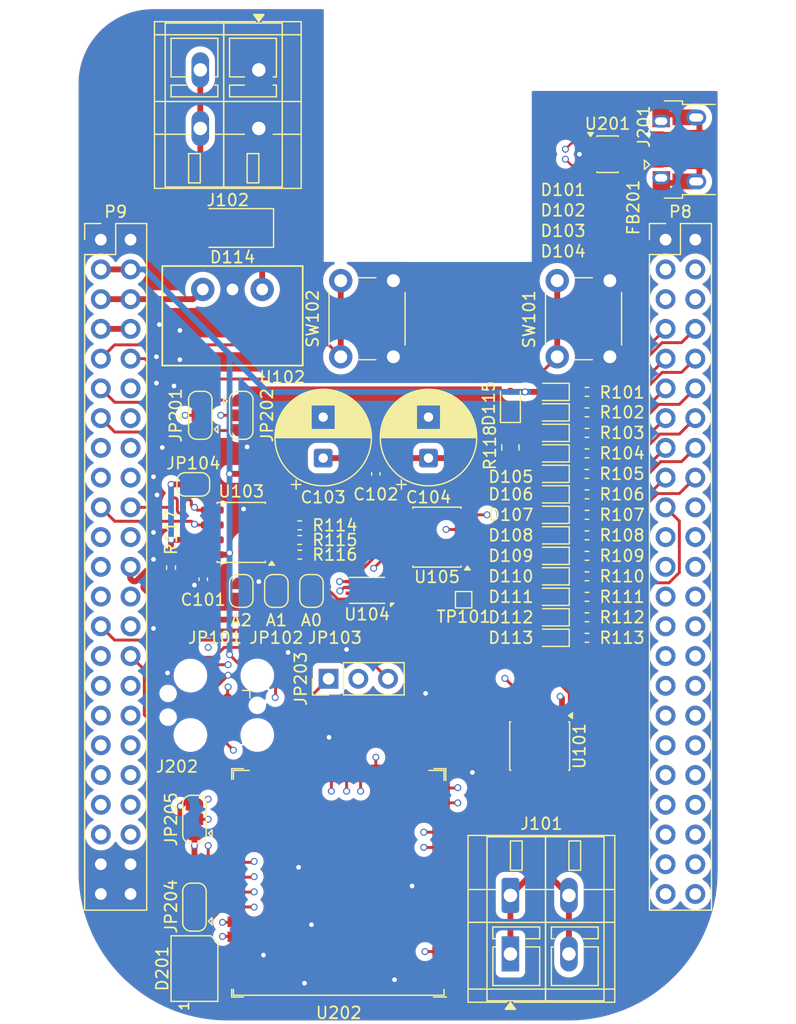
<source format=kicad_pcb>
(kicad_pcb (version 20241229) (generator "pcbnew") (generator_version "9.0")
  (layers (0 "F.Cu" jumper) (4 "In1.Cu" signal) (6 "In2.Cu" signal) (2 "B.Cu" power) (13 "F.Paste" user) (15 "B.Paste" user) (5 "F.SilkS" user "F.Silkscreen") (7 "B.SilkS" user "B.Silkscreen") (1 "F.Mask" user) (3 "B.Mask" user) (25 "Edge.Cuts" user))
  (net 0 "")
  (net 1 "GNDD")
  (net 2 "+3V3")
  (net 3 "+5V")
  (net 4 "SYS_5V")
  (net 5 "PWR_BUT")
  (net 6 "SYS_RESETN")
  (net 7 "Net-(D101-K)")
  (net 8 "Net-(D102-K)")
  (net 9 "/UART4_TXD")
  (net 10 "/UART4_RXD")
  (net 11 "Net-(D103-K)")
  (net 12 "Net-(D104-K)")
  (net 13 "/SPI0_D1")
  (net 14 "/SPI0_D0")
  (net 15 "Net-(D105-K)")
  (net 16 "Net-(D106-K)")
  (net 17 "Net-(D107-K)")
  (net 18 "Net-(D108-K)")
  (net 19 "Net-(D109-K)")
  (net 20 "Net-(D110-K)")
  (net 21 "/GPIO_60")
  (net 22 "/GPIO_48")
  (net 23 "/SPI0_CS0")
  (net 24 "/SCL")
  (net 25 "/SDA")
  (net 26 "/SPI0_SCLK")
  (net 27 "/UART1_TXD")
  (net 28 "/UART1_RXD")
  (net 29 "/GPIO_20")
  (net 30 "Net-(D111-K)")
  (net 31 "Net-(D112-K)")
  (net 32 "Net-(D113-K)")
  (net 33 "Net-(D114-K)")
  (net 34 "Net-(D114-A)")
  (net 36 "Net-(D201-DIN)")
  (net 37 "Net-(J201-Shield)")
  (net 38 "Net-(J101-Pin_2)")
  (net 39 "Net-(J101-Pin_1)")
  (net 41 "Net-(J201-D+)")
  (net 42 "Net-(J201-D-)")
  (net 43 "/LED0")
  (net 44 "/LED1")
  (net 45 "/LED2")
  (net 46 "/LED3")
  (net 47 "/LED4")
  (net 48 "/LED5")
  (net 49 "/LED6")
  (net 50 "/LED7")
  (net 51 "/LED8")
  (net 52 "/LED9")
  (net 53 "/LED10")
  (net 54 "/LED11")
  (net 55 "/LED12")
  (net 56 "Net-(J201-VBUS)")
  (net 57 "/ESP32/~{RST}")
  (net 58 "/GPIO_125")
  (net 59 "/GPIO_122")
  (net 98 "VDD_ADC")
  (net 104 "GNDA_ADC")
  (net 107 "/ESP32/TCK")
  (net 108 "/ESP32/TDI")
  (net 109 "/ESP32/TDO")
  (net 112 "/ESP32/TMS")
  (net 113 "Net-(JP101-A)")
  (net 114 "Net-(JP102-A)")
  (net 115 "Net-(JP103-A)")
  (net 116 "Net-(JP104-A)")
  (net 117 "Net-(JP201-C)")
  (net 118 "Net-(JP202-C)")
  (net 119 "Net-(JP203-C)")
  (net 120 "Net-(JP204-C)")
  (net 121 "Net-(JP205-C)")
  (net 122 "/ESP32/D+")
  (net 123 "/ESP32/D-")
  (net 148 "Net-(D115-K)")
  (net 149 "/RTC_INT")
  (net 150 "Net-(U105-32KHZ)")
  (net 151 "/Vbat")
  (footprint "Connector_PinHeader_2.54mm:PinHeader_2x23_P2.54mm_Vertical" (layer "F.Cu") (at 164.6301 62.3824)
    (property "Reference" "P8")
    (property "Value" "BeagleBone_Black_Header")
  )
  (footprint "Connector_PinHeader_2.54mm:PinHeader_2x23_P2.54mm_Vertical" (layer "F.Cu") (at 116.3701 62.3824)
    (property "Reference" "P9")
    (property "Value" "BeagleBone_Black_Header")
  )
  (footprint "Capacitor_SMD:C_0402_1005Metric" (layer "F.Cu") (at 125.1201 91.3824 -90)
    (property "Reference" "C101")
    (property "Value" "100n")
  )
  (footprint "TerminalBlock_WAGO:TerminalBlock_WAGO_236-402_1x02_P5.00mm_45Degree" (layer "F.Cu") (at 151.3701 118.3824)
    (property "Reference" "J101")
    (property "Value" "RS485")
  )
  (footprint "Jumper:SolderJumper-3_P1.3mm_Open_RoundedPad1.0x1.5mm" (layer "F.Cu") (at 124.8701 77.3824 90)
    (property "Reference" "JP201")
    (property "Value" "TX")
  )
  (footprint "Jumper:SolderJumper-3_P1.3mm_Open_RoundedPad1.0x1.5mm" (layer "F.Cu") (at 128.3701 77.3824 -90)
    (property "Reference" "JP202")
    (property "Value" "RX")
  )
  (footprint "Jumper:SolderJumper-3_P1.3mm_Open_RoundedPad1.0x1.5mm" (layer "F.Cu") (at 124.3701 119.3824 90)
    (property "Reference" "JP204")
    (property "Value" "VSPIQ")
  )
  (footprint "Jumper:SolderJumper-3_P1.3mm_Open_RoundedPad1.0x1.5mm" (layer "F.Cu") (at 124.3701 111.8824 90)
    (property "Reference" "JP205")
    (property "Value" "VSPID")
  )
  (footprint "Jumper:SolderJumper-2_P1.3mm_Open_RoundedPad1.0x1.5mm" (layer "F.Cu") (at 128.3701 92.3824 -90)
    (property "Reference" "JP101")
    (property "Value" "A2")
  )
  (footprint "Jumper:SolderJumper-2_P1.3mm_Open_RoundedPad1.0x1.5mm" (layer "F.Cu") (at 134.3701 92.3824 -90)
    (property "Reference" "JP103")
    (property "Value" "A0")
  )
  (footprint "Resistor_SMD:R_0402_1005Metric" (layer "F.Cu") (at 157.9111 75.3824)
    (property "Reference" "R101")
    (property "Value" "1k")
  )
  (footprint "Resistor_SMD:R_0402_1005Metric" (layer "F.Cu") (at 157.9111 77.1324)
    (property "Reference" "R102")
    (property "Value" "1k")
  )
  (footprint "Resistor_SMD:R_0402_1005Metric" (layer "F.Cu") (at 157.9111 80.6324)
    (property "Reference" "R104")
    (property "Value" "1k")
  )
  (footprint "Button_Switch_THT:SW_PUSH_6mm" (layer "F.Cu") (at 155.3701 72.3824 90)
    (property "Reference" "SW101")
    (property "Value" "Reset")
  )
  (footprint "Button_Switch_THT:SW_PUSH_6mm" (layer "F.Cu") (at 136.8701 72.3824 90)
    (property "Reference" "SW102")
    (property "Value" "PWR")
  )
  (footprint "Package_SO:SOIC-8_3.9x4.9mm_P1.27mm" (layer "F.Cu") (at 128.3701 87.3824 180)
    (property "Reference" "U103")
    (property "Value" "AT24C512C-SSHD-T")
  )
  (footprint "LED_SMD:LED_0603_1608Metric" (layer "F.Cu") (at 154.9111 75.3824 180)
    (property "Reference" "D101")
    (property "Value" "LED")
  )
  (footprint "LED_SMD:LED_0603_1608Metric" (layer "F.Cu") (at 154.9111 77.1324 180)
    (property "Reference" "D102")
    (property "Value" "LED")
  )
  (footprint "LED_SMD:LED_0603_1608Metric" (layer "F.Cu") (at 154.9111 78.8824 180)
    (property "Reference" "D103")
    (property "Value" "LED")
  )
  (footprint "LED_SMD:LED_0603_1608Metric" (layer "F.Cu") (at 154.9111 80.6324 180)
    (property "Reference" "D104")
    (property "Value" "LED")
  )
  (footprint "LED_SMD:LED_0603_1608Metric" (layer "F.Cu") (at 154.9111 82.3824 180)
    (property "Reference" "D105")
    (property "Value" "LED")
  )
  (footprint "LED_SMD:LED_0603_1608Metric" (layer "F.Cu") (at 154.9111 84.1324 180)
    (property "Reference" "D106")
    (property "Value" "LED")
  )
  (footprint "LED_SMD:LED_0603_1608Metric" (layer "F.Cu") (at 154.9111 85.8824 180)
    (property "Reference" "D107")
    (property "Value" "LED")
  )
  (footprint "LED_SMD:LED_0603_1608Metric" (layer "F.Cu") (at 154.9111 87.6324 180)
    (property "Reference" "D108")
    (property "Value" "LED")
  )
  (footprint "LED_SMD:LED_0603_1608Metric" (layer "F.Cu") (at 154.9111 89.3824 180)
    (property "Reference" "D109")
    (property "Value" "LED")
  )
  (footprint "LED_SMD:LED_0603_1608Metric" (layer "F.Cu") (at 154.9111 91.1324 180)
    (property "Reference" "D110")
    (property "Value" "LED")
  )
  (footprint "LED_SMD:LED_0603_1608Metric" (layer "F.Cu") (at 154.9111 92.8824 180)
    (property "Reference" "D111")
    (property "Value" "LED")
  )
  (footprint "LED_SMD:LED_0603_1608Metric" (layer "F.Cu") (at 154.9111 94.6324 180)
    (property "Reference" "D112")
    (property "Value" "LED")
  )
  (footprint "LED_SMD:LED_0603_1608Metric" (layer "F.Cu") (at 154.9111 96.3824 180)
    (property "Reference" "D113")
    (property "Value" "LED")
  )
  (footprint "Resistor_SMD:R_0402_1005Metric" (layer "F.Cu") (at 157.9011 82.3824)
    (property "Reference" "R105")
    (property "Value" "1k")
  )
  (footprint "Resistor_SMD:R_0402_1005Metric" (layer "F.Cu") (at 157.9111 84.1324)
    (property "Reference" "R106")
    (property "Value" "1k")
  )
  (footprint "Resistor_SMD:R_0402_1005Metric" (layer "F.Cu") (at 157.9111 85.8824)
    (property "Reference" "R107")
    (property "Value" "1k")
  )
  (footprint "Resistor_SMD:R_0402_1005Metric" (layer "F.Cu") (at 157.9111 87.6324)
    (property "Reference" "R108")
    (property "Value" "1k")
  )
  (footprint "Resistor_SMD:R_0402_1005Metric" (layer "F.Cu") (at 157.9111 89.3824)
    (property "Reference" "R109")
    (property "Value" "1k")
  )
  (footprint "Resistor_SMD:R_0402_1005Metric" (layer "F.Cu") (at 157.9111 91.1324)
    (property "Reference" "R110")
    (property "Value" "1k")
  )
  (footprint "Resistor_SMD:R_0402_1005Metric" (layer "F.Cu") (at 157.9111 92.8824)
    (property "Reference" "R111")
    (property "Value" "1k")
  )
  (footprint "Resistor_SMD:R_0402_1005Metric" (layer "F.Cu") (at 157.9111 94.6324)
    (property "Reference" "R112")
    (property "Value" "1k")
  )
  (footprint "Resistor_SMD:R_0402_1005Metric" (layer "F.Cu") (at 157.9111 96.3824)
    (property "Reference" "R113")
    (property "Value" "1k")
  )
  (footprint "Resistor_SMD:R_0402_1005Metric" (layer "F.Cu") (at 133.3601 86.7824 180)
    (property "Reference" "R114")
    (property "Value" "1k")
  )
  (footprint "Resistor_SMD:R_0402_1005Metric" (layer "F.Cu") (at 133.3601 88.0324 180)
    (property "Reference" "R115")
    (property "Value" "1k")
  )
  (footprint "Resistor_SMD:R_0402_1005Metric" (layer "F.Cu") (at 133.3701 89.2824 180)
    (property "Reference" "R116")
    (property "Value" "1k")
  )
  (footprint "Resistor_SMD:R_0402_1005Metric" (layer "F.Cu") (at 122.3701 90.3824 90)
    (property "Reference" "R117")
    (property "Value" "1k")
  )
  (footprint "Resistor_SMD:R_0402_1005Metric" (layer "F.Cu") (at 157.9111 78.8824)
    (property "Reference" "R103")
    (property "Value" "1k")
  )
  (footprint "Jumper:SolderJumper-2_P1.3mm_Open_RoundedPad1.0x1.5mm" (layer "F.Cu") (at 131.3701 92.3824 -90)
    (property "Reference" "JP102")
    (property "Value" "A1")
  )
  (footprint "Package_SO:SOIC-8_3.9x4.9mm_P1.27mm" (layer "F.Cu") (at 153.8701 105.6324 -90)
    (property "Reference" "U101")
    (property "Value" "SP3485EN")
  )
  (footprint "TerminalBlock_WAGO:TerminalBlock_WAGO_236-402_1x02_P5.00mm_45Degree" (layer "F.Cu") (at 129.8701 52.8824 180)
    (property "Reference" "J102")
    (property "Value" "PWR")
  )
  (footprint "WPMDH1100xx1S:WPMDH1100xx1S" (layer "F.Cu") (at 127.6201 66.6324 180)
    (property "Reference" "U102")
    (property "Value" "R-78K5.0-0.5")
  )
  (footprint "Diode_SMD:D_SMA" (layer "F.Cu") (at 127.6201 61.3824 180)
    (property "Reference" "D114")
    (property "Value" "MRA4004T3G")
  )
  (footprint "Package_TO_SOT_SMD:SOT-23-6" (layer "F.Cu") (at 159.6701 55.0824)
    (property "Reference" "U201")
    (property "Value" "USBLC6-2SC6")
  )
  (footprint "LED_SMD:LED_SK6812MINI_PLCC4_3.5x3.5mm_P1.75mm" (layer "F.Cu") (at 124.3701 124.6324 90)
    (property "Reference" "D201")
    (property "Value" "SK6812MINI")
  )
  (footprint "PCM_Espressif:ESP32-S3-WROOM-1U" (layer "F.Cu") (at 136.7 117.46 180)
    (property "Reference" "U202")
    (property "Value" "ESP32-S3-WROOM-1")
  )
  (footprint "Inductor_SMD:L_0402_1005Metric" (layer "F.Cu") (at 163.6201 59.6324 180)
    (property "Reference" "FB201")
    (property "Value" "FerriteBead_Small")
  )
  (footprint "Package_SO:SOIC-8_3.9x4.9mm_P1.27mm" (layer "F.Cu") (at 145.0951 87.7874 180)
    (property "Reference" "U105")
    (property "Value" "DS3231MZ")
  )
  (footprint "Resistor_SMD:R_0805_2012Metric" (layer "F.Cu") (at 151.3701 80.1324 -90)
    (property "Reference" "R118")
    (property "Value" "15")
  )
  (footprint "Connector:Tag-Connect_TC2050-IDC-FP_2x05_P1.27mm_Vertical" (layer "F.Cu") (at 125.9301 102.1484 180)
    (property "Reference" "J202")
    (property "Value" "JTAG")
  )
  (footprint "Capacitor_THT:CP_Radial_D8.0mm_P3.50mm" (layer "F.Cu") (at 135.3701 81.035051 90)
    (property "Reference" "C103")
    (property "Value" "1F")
  )
  (footprint "TestPoint:TestPoint_Pad_1.0x1.0mm" (layer "F.Cu") (at 147.3701 93.1324 180)
    (property "Reference" "TP101")
    (property "Value" "32kHz")
  )
  (footprint "Capacitor_SMD:C_0402_1005Metric" (layer "F.Cu") (at 139.8701 82.3824 -90)
    (property "Reference" "C102")
    (property "Value" "100n")
  )
  (footprint "Capacitor_THT:CP_Radial_D8.0mm_P3.50mm" (layer "F.Cu") (at 144.3701 81.035051 90)
    (property "Reference" "C104")
    (property "Value" "1F")
  )
  (footprint "Connector_USB:USB_Micro-B_Amphenol_10103594-0001LF_Horizontal" (layer "F.Cu") (at 166.1351 54.6574 90)
    (property "Reference" "J201")
    (property "Value" "USB_B_Micro")
  )
  (footprint "Package_DFN_QFN:DFN-8-1EP_3x2mm_P0.5mm_EP1.3x1.5mm" (layer "F.Cu") (at 139.1201 92.3324 180)
    (property "Reference" "U104")
    (property "Value" "ATECC608A-MAHDA")
  )
  (footprint "Diode_SMD:D_SOD-323" (layer "F.Cu") (at 151.3701 76.3824 90)
    (property "Reference" "D115")
    (property "Value" "1N5819WS")
  )
  (footprint "Connector_PinHeader_2.54mm:PinHeader_1x03_P2.54mm_Vertical" (layer "F.Cu") (at 135.8301 99.8824 90)
    (property "Reference" "JP203")
    (property "Value" "JTAG")
  )
  (footprint "eurovibes:LOGO" (layer "F.Cu") (at 147.6201 68.8824)
    (property "Reference" "G***" (hide yes))
    (property "Value" "LOGO" (hide yes))
  )
  (footprint "Jumper:SolderJumper-2_P1.3mm_Open_RoundedPad1.0x1.5mm" (layer "F.Cu") (at 124.2701 83.2824)
    (property "Reference" "JP104")
    (property "Value" "WP")
  )
  (gr_line (start 169.0751 116.3574) (end 169.0751 49.6824) (stroke (width 0.00254)) (layer "Edge.Cuts"))
  (gr_arc (start 114.4651 49.0474) (mid 116.324972 44.557272) (end 120.8151 42.6974) (stroke (width 0.00254)) (layer "Edge.Cuts"))
  (gr_line (start 127.1651 129.0574) (end 156.3751 129.0574) (stroke (width 0.00254)) (layer "Edge.Cuts"))
  (gr_arc (start 127.1651 129.0574) (mid 118.184844 125.337656) (end 114.4651 116.3574) (stroke (width 0.00254)) (layer "Edge.Cuts"))
  (gr_line (start 169.0751 49.6824) (end 153.2001 49.6824) (stroke (width 0.00254)) (layer "Edge.Cuts"))
  (gr_line (start 135.4201 42.6974) (end 120.8151 42.6974) (stroke (width 0.00254)) (layer "Edge.Cuts"))
  (gr_arc (start 169.0751 116.3574) (mid 165.355356 125.337656) (end 156.3751 129.0574) (stroke (width 0.00254)) (layer "Edge.Cuts"))
  (gr_line (start 135.4201 64.2874) (end 135.4201 42.6974) (stroke (width 0.00254)) (layer "Edge.Cuts"))
  (gr_line (start 114.4651 49.0474) (end 114.4651 116.3574) (stroke (width 0.00254)) (layer "Edge.Cuts"))
  (gr_line (start 153.2001 49.6824) (end 153.2001 64.2874) (stroke (width 0.00254)) (layer "Edge.Cuts"))
  (gr_line (start 153.2001 64.2874) (end 135.4201 64.2874) (stroke (width 0.00254)) (layer "Edge.Cuts"))
  (segment (start 140.5701 91.5824) (end 139.8701 91.5824) (width 0.25) (layer "F.Cu") (net 1))
  (segment (start 125.9301 100.8974) (end 127.2451 99.5824) (width 0.25) (layer "F.Cu") (net 1))
  (segment (start 125.9301 101.5134) (end 125.9301 100.8974) (width 0.25) (layer "F.Cu") (net 1))
  (segment (start 164.3701 53.3824) (end 163.1701 53.3824) (width 0.5) (layer "F.Cu") (net 1))
  (segment (start 139.8701 91.5824) (end 139.1201 92.3324) (width 0.25) (layer "F.Cu") (net 1))
  (via (at 133.7701 125.8824) (size 0.6) (drill 0.4) (layers "F.Cu" "B.Cu") (net 1))
  (via (at 122.6201 74.8824) (size 0.6) (drill 0.4) (layers "F.Cu" "B.Cu") (net 1))
  (via (at 130.2701 123.4824) (size 0.6) (drill 0.4) (layers "F.Cu" "B.Cu") (net 1))
  (via (at 129.8701 91.5824) (size 0.6) (drill 0.4) (layers "F.Cu" "B.Cu") (net 1))
  (via (at 121.3701 69.6324) (size 0.6) (drill 0.4) (layers "F.Cu" "B.Cu") (net 1))
  (via (at 128.8701 80.0824) (size 0.6) (drill 0.4) (layers "F.Cu" "B.Cu") (net 1))
  (via (at 128.5701 85.3824) (size 0.6) (drill 0.4) (layers "F.Cu" "B.Cu") (net 1))
  (via (at 123.1201 70.1324) (size 0.6) (drill 0.4) (layers "F.Cu" "B.Cu") (net 1))
  (via (at 127.2451 99.5824) (size 0.6) (drill 0.4) (layers "F.Cu" "B.Cu") (net 1))
  (via (at 163.1701 53.3824) (size 0.6) (drill 0.4) (layers "F.Cu" "B.Cu") (net 1))
  (via (at 148.1201 107.8824) (size 0.6) (drill 0.4) (layers "F.Cu" "B.Cu") (net 1))
  (via (at 120.8701 95.5824) (size 0.6) (drill 0.4) (layers "F.Cu" "B.Cu") (net 1))
  (via (at 144.1201 101.1324) (size 0.6) (drill 0.4) (layers "F.Cu" "B.Cu") (net 1))
  (via (at 120.8701 82.6324) (size 0.6) (drill 0.4) (layers "F.Cu" "B.Cu") (net 1))
  (via (at 120.8701 87.3824) (size 0.6) (drill 0.4) (layers "F.Cu" "B.Cu") (net 1))
  (via (at 135.8701 104.8824) (size 0.6) (drill 0.4) (layers "F.Cu" "B.Cu") (net 1))
  (via (at 121.1201 72.3824) (size 0.6) (drill 0.4) (layers "F.Cu" "B.Cu") (net 1))
  (via (at 141.4701 125.5824) (size 0.6) (drill 0.4) (layers "F.Cu" "B.Cu") (net 1))
  (via (at 120.8701 89.6824) (size 0.6) (drill 0.4) (layers "F.Cu" "B.Cu") (net 1))
  (via (at 124.3701 91.8824) (size 0.6) (drill 0.4) (layers "F.Cu" "B.Cu") (net 1))
  (via (at 123.1201 72.6324) (size 0.6) (drill 0.4) (layers "F.Cu" "B.Cu") (net 1))
  (via (at 134.3701 120.8824) (size 0.6) (drill 0.4) (layers "F.Cu" "B.Cu") (net 1))
  (via (at 121.1701 84.1824) (size 0.6) (drill 0.4) (layers "F.Cu" "B.Cu") (net 1))
  (via (at 121.1201 74.6324) (size 0.6) (drill 0.4) (layers "F.Cu" "B.Cu") (net 1))
  (via (at 132.3701 97.6324) (size 0.6) (drill 0.4) (layers "F.Cu" "B.Cu") (net 1))
  (via (at 157.2701 55.0824) (size 0.6) (drill 0.4) (layers "F.Cu" "B.Cu") (net 1))
  (via (at 133.2701 115.9824) (size 0.6) (drill 0.4) (layers "F.Cu" "B.Cu") (net 1))
  (via (at 122.0701 99.3824) (size 0.6) (drill 0.4) (layers "F.Cu" "B.Cu") (net 1))
  (via (at 121.6201 80.1324) (size 0.6) (drill 0.4) (layers "F.Cu" "B.Cu") (net 1))
  (via (at 137.3701 97.3824) (size 0.6) (drill 0.4) (layers "F.Cu" "B.Cu") (net 1))
  (via (at 142.9701 117.5824) (size 0.6) (drill 0.4) (layers "F.Cu" "B.Cu") (net 1))
  (segment (start 125.8951 89.2874) (end 127.2151 89.2874) (width 0.5) (layer "F.Cu") (net 2))
  (segment (start 133.8801 87.1324) (end 133.8801 89.2824) (width 0.5) (layer "F.Cu") (net 2))
  (segment (start 154.1236 98.6734) (end 156.52511 101.07491) (width 0.5) (layer "F.Cu") (net 2))
  (segment (start 135.4511 91.920674) (end 135.4511 90.8534) (width 0.25) (layer "F.Cu") (net 2))
  (segment (start 152.9111 75.3824) (end 154.1236 75.3824) (width 0.5) (layer "F.Cu") (net 2))
  (segment (start 129.9501 82.3824) (end 127.3701 82.3824) (width 0.5) (layer "F.Cu") (net 2))
  (segment (start 126.3701 125.3804) (end 125.6721 124.6824) (width 0.5) (layer "F.Cu") (net 2))
  (segment (start 126.3701 126.1824) (end 126.3701 125.3804) (width 0.5) (layer "F.Cu") (net 2))
  (segment (start 151.4201 75.3824) (end 151.3701 75.3324) (width 0.5) (layer "F.Cu") (net 2))
  (segment (start 128.1701 101.2134) (end 128.1701 98.6284) (width 0.25) (layer "F.Cu") (net 2))
  (segment (start 155.7751 108.1074) (end 155.7751 105.25001) (width 0.5) (layer "F.Cu") (net 2))
  (segment (start 123.4951 122.8824) (end 123.4701 122.9074) (width 0.5) (layer "F.Cu") (net 2))
  (segment (start 133.8801 86.3124) (end 133.8801 87.1324) (width 0.5) (layer "F.Cu") (net 2))
  (segment (start 125.6721 124.6824) (end 124.1701 124.6824) (width 0.5) (layer "F.Cu") (net 2))
  (segment (start 142.6201 87.1524) (end 133.9001 87.1524) (width 0.5) (layer "F.Cu") (net 2))
  (segment (start 137.6701 93.0824) (end 136.612826 93.0824) (width 0.25) (layer "F.Cu") (net 2))
  (segment (start 125.8951 89.2874) (end 125.8951 90.1274) (width 0.5) (layer "F.Cu") (net 2))
  (segment (start 158.6 110.9323) (end 158.6 125.0525) (width 0.5) (layer "F.Cu") (net 2))
  (segment (start 122.3701 90.8924) (end 125.1101 90.8924) (width 0.5) (layer "F.Cu") (net 2))
  (segment (start 152.9111 75.3824) (end 151.4201 75.3824) (width 0.5) (layer "F.Cu") (net 2))
  (segment (start 128.4701 101.5134) (end 128.1701 101.2134) (width 0.25) (layer "F.Cu") (net 2))
  (segment (start 154.1236 75.3824) (end 154.1236 96.3824) (width 0.5) (layer "F.Cu") (net 2))
  (segment (start 128.1701 98.6284) (end 127.3701 97.8284) (width 0.25) (layer "F.Cu") (net 2))
  (segment (start 125.8951 90.1274) (end 125.1201 90.9024) (width 0.5) (layer "F.Cu") (net 2))
  (segment (start 156.52511 101.07491) (end 156.52511 104.5) (width 0.5) (layer "F.Cu") (net 2))
  (segment (start 133.9001 87.1524) (end 133.8801 87.1324) (width 0.5) (layer "F.Cu") (net 2))
  (segment (start 154.1236 96.3824) (end 154.1236 98.6734) (width 0.5) (layer "F.Cu") (net 2))
  (segment (start 129.9501 82.3824) (end 133.8801 86.3124) (width 0.5) (layer "F.Cu") (net 2))
  (segment (start 147.8349 127.6824) (end 127.8701 127.6824) (width 0.5) (layer "F.Cu") (net 2))
  (segment (start 155.7751 105.25001) (end 156.52511 104.5) (width 0.5) (layer "F.Cu") (net 2))
  (segment (start 158.6 125.0525) (end 157.7701 125.8824) (width 0.5) (layer "F.Cu") (net 2))
  (segment (start 127.2151 89.2874) (end 127.3701 89.1324) (width 0.5) (layer "F.Cu") (net 2))
  (segment (start 149.6349 125.8824) (end 147.8349 127.6824) (width 0.5) (layer "F.Cu") (net 2))
  (segment (start 155.7751 108.1074) (end 158.6 110.9323) (width 0.5) (layer "F.Cu") (net 2))
  (segment (start 123.4701 123.9824) (end 124.1701 124.6824) (width 0.5) (layer "F.Cu") (net 2))
  (segment (start 116.3701 64.9224) (end 118.9101 64.9224) (width 0.5) (layer "F.Cu") (net 2))
  (segment (start 136.612826 93.0824) (end 135.4511 91.920674) (width 0.25) (layer "F.Cu") (net 2))
  (segment (start 149.6349 125.8824) (end 148.2025 124.45) (width 0.5) (layer "F.Cu") (net 2))
  (segment (start 148.2025 124.45) (end 145.45 124.45) (width 0.5) (layer "F.Cu") (net 2))
  (segment (start 157.7701 125.8824) (end 149.6349 125.8824) (width 0.5) (layer "F.Cu") (net 2))
  (segment (start 123.4701 122.9074) (end 123.4701 123.9824) (width 0.5) (layer "F.Cu") (net 2))
  (segment (start 127.8701 127.6824) (end 126.3701 126.1824) (width 0.5) (layer "F.Cu") (net 2))
  (segment (start 135.4511 90.8534) (end 133.8801 89.2824) (width 0.25) (layer "F.Cu") (net 2))
  (via (at 152.6201 75.3824) (size 0.6) (drill 0.4) (layers "F.Cu" "B.Cu") (net 2))
  (via (at 127.3701 97.8284) (size 0.6) (drill 0.4) (layers "F.Cu" "B.Cu") (net 2))
  (via (at 127.3701 82.3824) (size 0.6) (drill 0.4) (layers "F.Cu" "B.Cu") (net 2))
  (via (at 127.3701 89.1324) (size 0.6) (drill 0.4) (layers "F.Cu" "B.Cu") (net 2))
  (segment (start 127.3701 87.3824) (end 127.3701 89.1324) (width 0.5) (layer "B.Cu") (net 2))
  (segment (start 127.3701 87.3824) (end 127.3701 97.8284) (width 0.5) (layer "B.Cu") (net 2))
  (segment (start 127.3701 72.161086) (end 127.3701 82.3824) (width 0.5) (layer "B.Cu") (net 2))
  (segment (start 120.131414 64.9224) (end 130.591414 75.3824) (width 0.5) (layer "B.Cu") (net 2))
  (segment (start 118.9101 64.9224) (end 120.131414 64.9224) (width 0.5) (layer "B.Cu") (net 2))
  (segment (start 120.131414 64.9224) (end 127.3701 72.161086) (width 0.5) (layer "B.Cu") (net 2))
  (segment (start 127.3701 82.3824) (end 127.3701 87.3824) (width 0.5) (layer "B.Cu") (net 2))
  (segment (start 127.2451 97.8284) (end 127.2451 89.2574) (width 0.25) (layer "B.Cu") (net 2))
  (segment (start 127.2451 89.2574) (end 127.3701 89.1324) (width 0.25) (layer "B.Cu") (net 2))
  (segment (start 130.591414 75.3824) (end 152.9111 75.3824) (width 0.5) (layer "B.Cu") (net 2))
  (segment (start 124.2501 67.4624) (end 125.0801 66.6324) (width 0.5) (layer "F.Cu") (net 3))
  (segment (start 118.9101 67.4624) (end 124.2501 67.4624) (width 0.5) (layer "F.Cu") (net 3))
  (segment (start 116.3701 67.4624) (end 118.9101 67.4624) (width 0.5) (layer "F.Cu") (net 3))
  (segment (start 116.3701 70.0024) (end 118.9101 70.0024) (width 0.5) (layer "F.Cu") (net 4))
  (segment (start 136.8701 65.8824) (end 136.8701 72.3824) (width 0.5) (layer "F.Cu") (net 5))
  (segment (start 136.8701 72.3824) (end 135.8541 71.3664) (width 0.25) (layer "F.Cu") (net 5))
  (segment (start 117.5461 71.3664) (end 116.3701 72.5424) (width 0.25) (layer "F.Cu") (net 5))
  (segment (start 135.8541 71.3664) (end 117.5461 71.3664) (width 0.25) (layer "F.Cu") (net 5))
  (segment (start 153.4701 74.2824) (end 123.5701 74.2824) (width 0.25) (layer "F.Cu") (net 6))
  (segment (start 147.5701 85.8824) (end 149.3701 85.8824) (width 0.25) (layer "F.Cu") (net 6))
  (segment (start 155.3701 65.8824) (end 155.3701 72.3824) (width 0.5) (layer "F.Cu") (net 6))
  (segment (start 118.9101 72.5424) (end 120.112181 72.5424) (width 0.25) (layer "F.Cu") (net 6))
  (segment (start 123.5441 74.2564) (end 123.5701 74.2824) (width 0.25) (layer "F.Cu") (net 6))
  (segment (start 155.3701 72.3824) (end 153.4701 74.2824) (width 0.25) (layer "F.Cu") (net 6))
  (segment (start 121.826181 74.2564) (end 123.5441 74.2564) (width 0.25) (layer "F.Cu") (net 6))
  (segment (start 120.112181 72.5424) (end 121.826181 74.2564) (width 0.25) (layer "F.Cu") (net 6))
  (via (at 149.3701 85.8824) (size 0.6) (drill 0.4) (layers "F.Cu" "B.Cu") (net 6))
  (segment (start 155.6986 75.3824) (end 157.4011 75.3824) (width 0.5) (layer "F.Cu") (net 7))
  (segment (start 155.6986 77.1324) (end 157.4011 77.1324) (width 0.5) (layer "F.Cu") (net 8))
  (segment (start 116.3701 77.6224) (end 117.558701 78.811001) (width 0.25) (layer "F.Cu") (net 9))
  (segment (start 117.558701 78.811001) (end 124.741499 78.811001) (width 0.25) (layer "F.Cu") (net 9))
  (segment (start 124.8701 78.6824) (end 128.3701 78.6824) (width 0.25) (layer "F.Cu") (net 9))
  (segment (start 124.8701 76.0824) (end 128.3701 76.0824) (width 0.25) (layer "F.Cu") (net 10))
  (segment (start 117.558701 76.271001) (end 124.681499 76.271001) (width 0.25) (layer "F.Cu") (net 10))
  (segment (start 116.3701 75.0824) (end 117.558701 76.271001) (width 0.25) (layer "F.Cu") (net 10))
  (segment (start 155.6611 78.8824) (end 157.4011 78.8824) (width 0.5) (layer "F.Cu") (net 11))
  (segment (start 155.6986 78.8824) (end 157.4011 78.8824) (width 0.5) (layer "F.Cu") (net 11))
  (segment (start 155.6986 80.6324) (end 157.4011 80.6324) (width 0.5) (layer "F.Cu") (net 12))
  (segment (start 124.3701 112.9324) (end 124.3701 114.1324) (width 0.5) (layer "F.Cu") (net 13))
  (segment (start 124.3701 114.1324) (end 124.3701 118.0824) (width 0.5) (layer "F.Cu") (net 13))
  (via (at 124.3701 114.1324) (size 0.6) (drill 0.4) (layers "F.Cu" "B.Cu") (net 13))
  (segment (start 123.170099 110.772399) (end 123.170099 120.242401) (width 0.5) (layer "F.Cu") (net 14))
  (segment (start 123.610098 120.6824) (end 124.3701 120.6824) (width 0.5) (layer "F.Cu") (net 14))
  (segment (start 123.170099 120.242401) (end 123.610098 120.6824) (width 0.5) (layer "F.Cu") (net 14))
  (segment (start 124.3701 110.3324) (end 123.610098 110.3324) (width 0.5) (layer "F.Cu") (net 14))
  (segment (start 123.610098 110.3324) (end 123.170099 110.772399) (width 0.5) (layer "F.Cu") (net 14))
  (via (at 123.170099 110.772399) (size 0.6) (drill 0.4) (layers "F.Cu" "B.Cu") (net 14))
  (segment (start 155.6986 82.3824) (end 157.3911 82.3824) (width 0.5) (layer "F.Cu") (net 15))
  (segment (start 155.6986 84.1324) (end 157.4011 84.1324) (width 0.5) (layer "F.Cu") (net 16))
  (segment (start 155.6986 85.8824) (end 157.4011 85.8824) (width 0.5) (layer "F.Cu") (net 17))
  (segment (start 155.6986 87.6324) (end 157.4011 87.6324) (width 0.5) (layer "F.Cu") (net 18))
  (segment (start 157.4011 89.3824) (end 155.6986 89.3824) (width 0.5) (layer "F.Cu") (net 19))
  (segment (start 155.6986 91.1324) (end 157.4011 91.1324) (width 0.5) (layer "F.Cu") (net 20))
  (segment (start 145.45 114.29) (end 143.9777 114.29) (width 0.25) (layer "F.Cu") (net 21))
  (segment (start 143.9777 114.29) (end 143.9701 114.2824) (width 0.25) (layer "F.Cu") (net 21))
  (via (at 143.9701 114.2824) (size 0.6) (drill 0.4) (layers "F.Cu" "B.Cu") (net 21))
  (segment (start 153.2351 102.182401) (end 153.2351 103.1574) (width 0.25) (layer "F.Cu") (net 22))
  (segment (start 153.2351 103.1574) (end 153.2351 102.1824) (width 0.5) (layer "F.Cu") (net 22))
  (segment (start 150.9026 99.8499) (end 153.2351 102.182401) (width 0.25) (layer "F.Cu") (net 22))
  (segment (start 154.5051 103.1574) (end 153.2351 103.1574) (width 0.5) (layer "F.Cu") (net 22))
  (via (at 150.9026 99.8499) (size 0.6) (drill 0.4) (layers "F.Cu" "B.Cu") (net 22))
  (segment (start 139.8701 107.9551) (end 139.875 107.96) (width 0.25) (layer "F.Cu") (net 23))
  (segment (start 139.8701 106.5824) (end 139.8701 107.9551) (width 0.25) (layer "F.Cu") (net 23))
  (via (at 139.8701 106.5824) (size 0.6) (drill 0.4) (layers "F.Cu" "B.Cu") (net 23))
  (via (at 125.5441 97.2034) (size 0.6) (drill 0.4) (layers "F.Cu" "B.Cu") (net 23))
  (segment (start 139.687042 90.449342) (end 140.443984 89.6924) (width 0.25) (layer "F.Cu") (net 24))
  (segment (start 124.4351 86.7474) (end 124.3701 86.6824) (width 0.25) (layer "F.Cu") (net 24))
  (segment (start 137.155398 92.0824) (end 136.85587 92.381928) (width 0.25) (layer "F.Cu") (net 24))
  (segment (start 136.85587 92.381928) (end 136.797652 92.381928) (width 0.25) (layer "F.Cu") (net 24))
  (segment (start 116.3701 85.2424) (end 117.558701 86.431001) (width 0.25) (layer "F.Cu") (net 24))
  (segment (start 125.8951 86.7474) (end 124.4351 86.7474) (width 0.25) (layer "F.Cu") (net 24))
  (segment (start 140.443984 89.6924) (end 142.6201 89.6924) (width 0.25) (layer "F.Cu") (net 24))
  (segment (start 124.3701 86.6824) (end 124.118701 86.431001) (width 0.25) (layer "F.Cu") (net 24))
  (segment (start 137.6701 92.0824) (end 137.155398 92.0824) (width 0.25) (layer "F.Cu") (net 24))
  (segment (start 117.558701 86.431001) (end 124.118701 86.431001) (width 0.25) (layer "F.Cu") (net 24))
  (via (at 124.3701 86.6824) (size 0.6) (drill 0.4) (layers "F.Cu" "B.Cu") (net 24))
  (via (at 136.797652 92.381928) (size 0.6) (drill 0.4) (layers "F.Cu" "B.Cu") (net 24))
  (via (at 139.687042 90.449342) (size 0.6) (drill 0.4) (layers "F.Cu" "B.Cu") (net 24))
  (segment (start 124.109405 85.0024) (end 124.109405 84.822318) (width 0.25) (layer "F.Cu") (net 25))
  (segment (start 123.869405 84.582318) (end 123.749405 84.582318) (width 0.25) (layer "F.Cu") (net 25))
  (segment (start 137.6701 91.5824) (end 136.7701 91.5824) (width 0.25) (layer "F.Cu") (net 25))
  (segment (start 125.8951 85.4774) (end 124.6051 85.4774) (width 0.25) (layer "F.Cu") (net 25))
  (segment (start 122.309405 84.672327) (end 122.309405 85.0024) (width 0.25) (layer "F.Cu") (net 25))
  (segment (start 118.9101 85.2424) (end 122.069405 85.2424) (width 0.25) (layer "F.Cu") (net 25))
  (segment (start 140.8301 88.4224) (end 142.6201 88.4224) (width 0.25) (layer "F.Cu") (net 25))
  (segment (start 137.6701 91.5824) (end 140.8301 88.4224) (width 0.25) (layer "F.Cu") (net 25))
  (segment (start 123.269405 85.752501) (end 123.149405 85.752501) (width 0.25) (layer "F.Cu") (net 25))
  (segment (start 124.6051 85.4774) (end 124.3701 85.2424) (width 0.25) (layer "F.Cu") (net 25))
  (segment (start 124.3701 85.2424) (end 124.349405 85.2424) (width 0.25) (layer "F.Cu") (net 25))
  (segment (start 122.909405 85.512501) (end 122.909405 84.672327) (width 0.25) (layer "F.Cu") (net 25))
  (segment (start 122.669405 84.432327) (end 122.549405 84.432327) (width 0.25) (layer "F.Cu") (net 25))
  (segment (start 123.509405 84.822318) (end 123.509405 85.512501) (width 0.25) (layer "F.Cu") (net 25))
  (via (at 136.7701 91.5824) (size 0.6) (drill 0.4) (layers "F.Cu" "B.Cu") (net 25))
  (via (at 124.3701 85.2424) (size 0.6) (drill 0.4) (layers "F.Cu" "B.Cu") (net 25))
  (arc (start 123.749405 84.582318) (mid 123.579699 84.652612) (end 123.509405 84.822318) (width 0.25) (layer "F.Cu") (net 25))
  (arc (start 122.909405 84.672327) (mid 122.839111 84.502621) (end 122.669405 84.432327) (width 0.25) (layer "F.Cu") (net 25))
  (arc (start 123.149405 85.752501) (mid 122.979699 85.682207) (end 122.909405 85.512501) (width 0.25) (layer "F.Cu") (net 25))
  (arc (start 122.549405 84.432327) (mid 122.379699 84.502621) (end 122.309405 84.672327) (width 0.25) (layer "F.Cu") (net 25))
  (arc (start 123.509405 85.512501) (mid 123.439111 85.682207) (end 123.269405 85.752501) (width 0.25) (layer "F.Cu") (net 25))
  (arc (start 124.109405 84.822318) (mid 124.039111 84.652612) (end 123.869405 84.582318) (width 0.25) (layer "F.Cu") (net 25))
  (arc (start 124.349405 85.2424) (mid 124.179699 85.172106) (end 124.109405 85.0024) (width 0.25) (layer "F.Cu") (net 25))
  (arc (start 122.309405 85.0024) (mid 122.239111 85.172106) (end 122.069405 85.2424) (width 0.25) (layer "F.Cu") (net 25))
  (segment (start 137.3701 107.9951) (end 137.335 107.96) (width 0.25) (layer "F.Cu") (net 26))
  (segment (start 137.3701 109.4824) (end 137.3701 107.9951) (width 0.25) (layer "F.Cu") (net 26))
  (via (at 125.537012 110.162188) (size 0.6) (drill 0.4) (layers "F.Cu" "B.Cu") (net 26))
  (via (at 137.3701 109.4824) (size 0.6) (drill 0.4) (layers "F.Cu" "B.Cu") (net 26))
  (segment (start 121.633505 91.672592) (end 121.732499 91.771586) (width 0.5) (layer "F.Cu") (net 27))
  (segment (start 119.758961 91.171259) (end 119.758961 91.171261) (width 0.5) (layer "F.Cu") (net 27))
  (segment (start 120.253934 91.666235) (end 120.253934 91.666234) (width 0.5) (layer "F.Cu") (net 27))
  (segment (start 142.8701 94.8334) (end 151.1941 103.1574) (width 0.5) (layer "F.Cu") (net 27))
  (segment (start 121.25026 93.639749) (end 121.540864 93.349144) (width 0.5) (layer "F.Cu") (net 27))
  (segment (start 122.240209 94.629697) (end 122.530813 94.339092) (width 0.5) (layer "F.Cu") (net 27))
  (segment (start 120.253934 91.666234) (end 120.077157 91.84301) (width 0.5) (layer "F.Cu") (net 27))
  (segment (start 120.64868 90.67752) (end 120.747674 90.776514) (width 0.5) (layer "F.Cu") (net 27))
  (segment (start 120.077157 92.196564) (end 120.218578 92.337985) (width 0.5) (layer "F.Cu") (net 27))
  (segment (start 121.745235 94.530703) (end 121.844229 94.629697) (width 0.5) (layer "F.Cu") (net 27))
  (segment (start 119.758961 91.171261) (end 120.2527 90.677519) (width 0.5) (layer "F.Cu") (net 27))
  (segment (start 121.936844 93.349144) (end 122.03584 93.44814) (width 0.5) (layer "F.Cu") (net 27))
  (segment (start 151.1941 103.1574) (end 151.9651 103.1574) (width 0.5) (layer "F.Cu") (net 27))
  (segment (start 119.065998 90.874277) (end 118.947018 90.993256) (width 0.5) (layer "F.Cu") (net 27))
  (segment (start 123.4211 94.8334) (end 142.8701 94.8334) (width 0.5) (layer "F.Cu") (net 27))
  (segment (start 122.03584 93.844119) (end 121.745235 94.134723) (width 0.5) (layer "F.Cu") (net 27))
  (segment (start 122.926793 94.339092) (end 123.4211 94.8334) (width 0.5) (layer "F.Cu") (net 27))
  (segment (start 120.755286 93.144775) (end 121.732499 92.167566) (width 0.5) (layer "F.Cu") (net 27))
  (segment (start 120.755286 93.540755) (end 120.85428 93.639749) (width 0.5) (layer "F.Cu") (net 27))
  (segment (start 120.572131 92.337985) (end 121.237523 91.67259) (width 0.5) (layer "F.Cu") (net 27))
  (segment (start 120.747674 91.172494) (end 120.253934 91.666235) (width 0.5) (layer "F.Cu") (net 27))
  (segment (start 118.947018 91.389235) (end 119.046012 91.488229) (width 0.5) (layer "F.Cu") (net 27))
  (segment (start 119.441992 91.488229) (end 119.758961 91.171259) (width 0.5) (layer "F.Cu") (net 27))
  (arc (start 121.745235 94.134723) (mid 121.663225 94.332713) (end 121.745235 94.530703) (width 0.5) (layer "F.Cu") (net 27))
  (arc (start 119.046012 91.488229) (mid 119.244002 91.570239) (end 119.441992 91.488229) (width 0.5) (layer "F.Cu") (net 27))
  (arc (start 121.540864 93.349144) (mid 121.738854 93.267134) (end 121.936844 93.349144) (width 0.5) (layer "F.Cu") (net 27))
  (arc (start 121.237523 91.67259) (mid 121.435515 91.590582) (end 121.633505 91.672592) (width 0.5) (layer "F.Cu") (net 27))
  (arc (start 118.947018 90.993256) (mid 118.865008 91.191245) (end 118.947018 91.389235) (width 0.5) (layer "F.Cu") (net 27))
  (arc (start 121.844229 94.629697) (mid 122.042219 94.711707) (end 122.240209 94.629697) (width 0.5) (layer "F.Cu") (net 27))
  (arc (start 120.85428 93.639749) (mid 121.05227 93.721759) (end 121.25026 93.639749) (width 0.5) (layer "F.Cu") (net 27))
  (arc (start 122.530813 94.339092) (mid 122.728803 94.257082) (end 122.926793 94.339092) (width 0.5) (layer "F.Cu") (net 27))
  (arc (start 120.218578 92.337985) (mid 120.395355 92.411208) (end 120.572131 92.337985) (width 0.5) (layer "F.Cu") (net 27))
  (arc (start 120.077157 91.84301) (mid 120.003934 92.019787) (end 120.077157 92.196564) (width 0.5) (layer "F.Cu") (net 27))
  (arc (start 121.732499 91.771586) (mid 121.814509 91.969576) (end 121.732499 92.167566) (width 0.5) (layer "F.Cu") (net 27))
  (arc (start 120.747674 90.776514) (mid 120.829684 90.974504) (end 120.747674 91.172494) (width 0.5) (layer "F.Cu") (net 27))
  (arc (start 120.755286 93.144775) (mid 120.673276 93.342765) (end 120.755286 93.540755) (width 0.5) (layer "F.Cu") (net 27))
  (arc (start 120.2527 90.677519) (mid 120.45069 90.59551) (end 120.64868 90.67752) (width 0.5) (layer "F.Cu") (net 27))
  (arc (start 122.03584 93.44814) (mid 122.117849 93.64613) (end 122.03584 93.844119) (width 0.5) (layer "F.Cu") (net 27))
  (segment (start 155.7751 101.5374) (end 155.6201 101.3824) (width 0.5) (layer "F.Cu") (net 28))
  (segment (start 155.7751 103.1574) (end 155.7751 101.5374) (width 0.5) (layer "F.Cu") (net 28))
  (via (at 155.6201 101.3824) (size 0.6) (drill 0.4) (layers "F.Cu" "B.Cu") (net 28))
  (segment (start 145.4124 112.9824) (end 145.45 113.02) (width 0.25) (layer "F.Cu") (net 29))
  (segment (start 143.9701 112.9824) (end 145.4124 112.9824) (width 0.25) (layer "F.Cu") (net 29))
  (via (at 143.9701 112.9824) (size 0.6) (drill 0.4) (layers "F.Cu" "B.Cu") (net 29))
  (segment (start 157.4011 92.8824) (end 155.6986 92.8824) (width 0.5) (layer "F.Cu") (net 30))
  (segment (start 157.4011 94.6324) (end 155.6986 94.6324) (width 0.5) (layer "F.Cu") (net 31))
  (segment (start 157.4011 96.3824) (end 155.6986 96.3824) (width 0.5) (layer "F.Cu") (net 32))
  (segment (start 130.1601 66.6324) (end 130.1601 61.9224) (width 0.5) (layer "F.Cu") (net 33))
  (segment (start 124.8701 52.8824) (end 124.8701 60.6324) (width 0.5) (layer "F.Cu") (net 34))
  (segment (start 124.8701 47.8824) (end 124.8701 52.8824) (width 0.5) (layer "F.Cu") (net 34))
  (segment (start 124.8701 60.6324) (end 125.6201 61.3824) (width 0.5) (layer "F.Cu") (net 34))
  (segment (start 125.2451 122.8824) (end 125.4511 122.6764) (width 0.25) (layer "F.Cu") (net 36))
  (segment (start 126.874 119.3824) (end 126.874 114.784) (width 0.25) (layer "F.Cu") (net 36))
  (segment (start 127.368 114.29) (end 127.95 114.29) (width 0.25) (layer "F.Cu") (net 36))
  (segment (start 125.4511 120.8053) (end 126.874 119.3824) (width 0.25) (layer "F.Cu") (net 36))
  (segment (start 126.874 114.784) (end 127.368 114.29) (width 0.25) (layer "F.Cu") (net 36))
  (segment (start 125.4511 122.6764) (end 125.4511 120.8053) (width 0.25) (layer "F.Cu") (net 36))
  (segment (start 167.5201 53.7224) (end 167.5201 52.2224) (width 0.5) (layer "F.Cu") (net 37))
  (segment (start 167.5201 53.7224) (end 167.5201 55.6424) (width 0.5) (layer "F.Cu") (net 37))
  (segment (start 164.2701 57.5324) (end 165.4701 57.5324) (width 0.5) (layer "F.Cu") (net 37))
  (segment (start 165.5701 51.6824) (end 164.3501 51.6824) (width 0.5) (layer "F.Cu") (net 37))
  (segment (start 167.5201 55.6424) (end 167.5201 57.1424) (width 0.5) (layer "F.Cu") (net 37))
  (segment (start 164.1051 59.6324) (end 164.1051 57.6974) (width 0.5) (layer "F.Cu") (net 37))
  (segment (start 154.5051 116.5174) (end 156.3701 118.3824) (width 0.5) (layer "F.Cu") (net 38))
  (segment (start 154.5051 108.1074) (end 154.5051 116.5174) (width 0.5) (layer "F.Cu") (net 38))
  (segment (start 156.3701 118.3824) (end 156.3701 123.3824) (width 0.5) (layer "F.Cu") (net 38))
  (segment (start 153.2351 116.5174) (end 151.3701 118.3824) (width 0.5) (layer "F.Cu") (net 39))
  (segment (start 153.2351 108.1074) (end 153.2351 116.5174) (width 0.5) (layer "F.Cu") (net 39))
  (segment (start 151.3701 118.3824) (end 151.3701 123.3824) (width 0.5) (layer "F.Cu") (net 39))
  (segment (start 164.3701 54.6824) (end 161.747422 54.6824) (width 0.25) (layer "F.Cu") (net 41))
  (segment (start 161.747422 54.6824) (end 161.197422 54.1324) (width 0.25) (layer "F.Cu") (net 41))
  (segment (start 161.897422 55.3324) (end 161.197422 56.0324) (width 0.25) (layer "F.Cu") (net 42))
  (segment (start 164.3701 55.3324) (end 161.897422 55.3324) (width 0.25) (layer "F.Cu") (net 42))
  (segment (start 159.2501 75.3824) (end 158.4211 75.3824) (width 0.25) (layer "F.Cu") (net 43))
  (segment (start 164.6301 70.0024) (end 159.2501 75.3824) (width 0.25) (layer "F.Cu") (net 43))
  (segment (start 158.4211 77.088284) (end 158.4211 77.1324) (width 0.25) (layer "F.Cu") (net 44))
  (segment (start 165.9941 71.1784) (end 164.330984 71.1784) (width 0.25) (layer "F.Cu") (net 44))
  (segment (start 164.330984 71.1784) (end 158.4211 77.088284) (width 0.25) (layer "F.Cu") (net 44))
  (segment (start 167.1701 70.0024) (end 165.9941 71.1784) (width 0.25) (layer "F.Cu") (net 44))
  (segment (start 158.4211 78.7514) (end 158.4211 78.8824) (width 0.25) (layer "F.Cu") (net 45))
  (segment (start 164.6301 72.5424) (end 158.4211 78.7514) (width 0.25) (layer "F.Cu") (net 45))
  (segment (start 159.0171 80.0364) (end 158.4211 80.6324) (width 0.25) (layer "F.Cu") (net 46))
  (segment (start 165.9941 73.7184) (end 164.330984 73.7184) (width 0.25) (layer "F.Cu") (net 46))
  (segment (start 167.1701 72.5424) (end 165.9941 73.7184) (width 0.25) (layer "F.Cu") (net 46))
  (segment (start 159.0171 79.032284) (end 159.0171 80.0364) (width 0.25) (layer "F.Cu") (net 46))
  (segment (start 164.330984 73.7184) (end 159.0171 79.032284) (width 0.25) (layer "F.Cu") (net 46))
  (segment (start 159.9191 80.8744) (end 158.4111 82.3824) (width 0.25) (layer "F.Cu") (net 47))
  (segment (start 159.9191 79.7934) (end 159.9191 80.8744) (width 0.25) (layer "F.Cu") (net 47))
  (segment (start 164.6301 75.0824) (end 159.9191 79.7934) (width 0.25) (layer "F.Cu") (net 47))
  (segment (start 164.0561 76.4464) (end 160.3701 80.1324) (width 0.25) (layer "F.Cu") (net 48))
  (segment (start 167.1701 75.0824) (end 165.8061 76.4464) (width 0.25) (layer "F.Cu") (net 48))
  (segment (start 160.3701 82.1834) (end 158.4211 84.1324) (width 0.25) (layer "F.Cu") (net 48))
  (segment (start 165.8061 76.4464) (end 164.0561 76.4464) (width 0.25) (layer "F.Cu") (net 48))
  (segment (start 160.3701 80.1324) (end 160.3701 82.1834) (width 0.25) (layer "F.Cu") (net 48))
  (segment (start 160.8211 83.4824) (end 158.4211 85.8824) (width 0.25) (layer "F.Cu") (net 49))
  (segment (start 160.8211 81.4314) (end 160.8211 83.4824) (width 0.25) (layer "F.Cu") (net 49))
  (segment (start 164.6301 77.6224) (end 160.8211 81.4314) (width 0.25) (layer "F.Cu") (net 49))
  (segment (start 161.2721 81.857284) (end 161.2721 84.7814) (width 0.25) (layer "F.Cu") (net 50))
  (segment (start 167.1701 77.6224) (end 165.8061 78.9864) (width 0.25) (layer "F.Cu") (net 50))
  (segment (start 164.142984 78.9864) (end 161.2721 81.857284) (width 0.25) (layer "F.Cu") (net 50))
  (segment (start 161.2721 84.7814) (end 158.4211 87.6324) (width 0.25) (layer "F.Cu") (net 50))
  (segment (start 165.8061 78.9864) (end 164.142984 78.9864) (width 0.25) (layer "F.Cu") (net 50))
  (segment (start 164.6301 80.1624) (end 161.7231 83.0694) (width 0.25) (layer "F.Cu") (net 51))
  (segment (start 161.7231 86.0804) (end 158.4211 89.3824) (width 0.25) (layer "F.Cu") (net 51))
  (segment (start 161.7231 83.0694) (end 161.7231 86.0804) (width 0.25) (layer "F.Cu") (net 51))
  (segment (start 162.1741 87.3794) (end 158.4211 91.1324) (width 0.25) (layer "F.Cu") (net 52))
  (segment (start 165.9941 81.3384) (end 164.2181 81.3384) (width 0.25) (layer "F.Cu") (net 52))
  (segment (start 167.1701 80.1624) (end 165.9941 81.3384) (width 0.25) (layer "F.Cu") (net 52))
  (segment (start 164.2181 81.3384) (end 162.1741 83.3824) (width 0.25) (layer "F.Cu") (net 52))
  (segment (start 162.1741 83.3824) (end 162.1741 87.3794) (width 0.25) (layer "F.Cu") (net 52))
  (segment (start 164.6301 82.7024) (end 162.6251 84.7074) (width 0.25) (layer "F.Cu") (net 53))
  (segment (start 162.6251 88.6784) (end 158.4211 92.8824) (width 0.25) (layer "F.Cu") (net 53))
  (segment (start 162.6251 84.7074) (end 162.6251 88.6784) (width 0.25) (layer "F.Cu") (net 53))
  (segment (start 163.0761 89.9774) (end 158.4211 94.6324) (width 0.25) (layer "F.Cu") (net 54))
  (segment (start 165.8061 84.0664) (end 163.9361 84.0664) (width 0.25) (layer "F.Cu") (net 54))
  (segment (start 163.9361 84.0664) (end 163.0761 84.9264) (width 0.25) (layer "F.Cu") (net 54))
  (segment (start 163.0761 84.9264) (end 163.0761 89.9774) (width 0.25) (layer "F.Cu") (net 54))
  (segment (start 167.1701 82.7024) (end 165.8061 84.0664) (width 0.25) (layer "F.Cu") (net 54))
  (segment (start 163.1171 91.6864) (end 158.4211 96.3824) (width 0.25) (layer "F.Cu") (net 55))
  (segment (start 164.6301 85.2424) (end 165.8061 86.4184) (width 0.25) (layer "F.Cu") (net 55))
  (segment (start 165.8061 90.809516) (end 164.929216 91.6864) (width 0.25) (layer "F.Cu") (net 55))
  (segment (start 165.8061 86.4184) (end 165.8061 90.809516) (width 0.25) (layer "F.Cu") (net 55))
  (segment (start 164.929216 91.6864) (end 163.1171 91.6864) (width 0.25) (layer "F.Cu") (net 55))
  (segment (start 159.6941 56.4355) (end 159.6941 55.533401) (width 0.5) (layer "F.Cu") (net 56))
  (segment (start 160.441 57.1824) (end 159.6941 56.4355) (width 0.5) (layer "F.Cu") (net 56))
  (segment (start 159.6941 55.533401) (end 160.145101 55.0824) (width 0.5) (layer "F.Cu") (net 56))
  (segment (start 162.4701 55.9824) (end 161.2701 57.1824) (width 0.5) (layer "F.Cu") (net 56))
  (segment (start 164.3701 55.9824) (end 162.4701 55.9824) (width 0.5) (layer "F.Cu") (net 56))
  (segment (start 160.145101 55.0824) (end 160.8076 55.0824) (width 0.5) (layer "F.Cu") (net 56))
  (segment (start 161.2701 57.1824) (end 160.441 57.1824) (width 0.5) (layer "F.Cu") (net 56))
  (segment (start 132.6928 103.0197) (end 135.8301 99.8824) (width 0.25) (layer "F.Cu") (net 57))
  (segment (start 128.4701 102.7834) (end 128.7064 103.0197) (width 0.25) (layer "F.Cu") (net 57))
  (segment (start 128.7064 103.0197) (end 132.6928 103.0197) (width 0.25) (layer "F.Cu") (net 57))
  (segment (start 117.5461 96.5784) (end 137.6061 96.5784) (width 0.25) (layer "F.Cu") (net 58))
  (segment (start 137.6061 96.5784) (end 140.9101 99.8824) (width 0.25) (layer "F.Cu") (net 58))
  (segment (start 116.3701 95.4024) (end 117.5461 96.5784) (width 0.25) (layer "F.Cu") (net 58))
  (segment (start 120.0861 102.960452) (end 120.0861 99.1184) (width 0.25) (layer "F.Cu") (net 59))
  (segment (start 126.335648 109.21) (end 120.0861 102.960452) (width 0.25) (layer "F.Cu") (net 59))
  (segment (start 127.95 109.21) (end 126.335648 109.21) (width 0.25) (layer "F.Cu") (net 59))
  (segment (start 120.0861 99.1184) (end 118.9101 97.9424) (width 0.25) (layer "F.Cu") (net 59))
  (segment (start 127.2451 98.6824) (end 126.0701 98.6824) (width 0.25) (layer "F.Cu") (net 107))
  (segment (start 125.58855 99.16395) (end 126.0701 98.6824) (width 0.25) (layer "F.Cu") (net 107))
  (segment (start 127.95 115.56) (end 129.3925 115.56) (width 0.25) (layer "F.Cu") (net 107))
  (segment (start 125.58855 100.58495) (end 124.6601 101.5134) (width 0.25) (layer "F.Cu") (net 107))
  (segment (start 125.58855 100.58495) (end 125.58855 99.16395) (width 0.25) (layer "F.Cu") (net 107))
  (segment (start 129.3925 115.56) (end 129.4701 115.4824) (width 0.25) (layer "F.Cu") (net 107))
  (via (at 129.4701 115.4824) (size 0.6) (drill 0.4) (layers "F.Cu" "B.Cu") (net 107))
  (via (at 127.2451 98.6824) (size 0.6) (drill 0.4) (layers "F.Cu" "B.Cu") (net 107))
  (segment (start 125.9301 104.2164) (end 127.6961 105.9824) (width 0.25) (layer "F.Cu") (net 108))
  (segment (start 127.95 118.1) (end 129.4525 118.1) (width 0.25) (layer "F.Cu") (net 108))
  (segment (start 125.9301 102.7834) (end 125.9301 104.2164) (width 0.25) (layer "F.Cu") (net 108))
  (segment (start 129.4525 118.1) (end 129.4701 118.0824) (width 0.25) (layer "F.Cu") (net 108))
  (via (at 129.4701 118.0824) (size 0.6) (drill 0.4) (layers "F.Cu" "B.Cu") (net 108))
  (via (at 127.6961 105.9824) (size 0.6) (drill 0.4) (layers "F.Cu" "B.Cu") (net 108))
  (segment (start 131.30355 98.960798) (end 129.545152 97.2024) (width 0.25) (layer "F.Cu") (net 109))
  (segment (start 126.91265 97.2024) (end 126.0701 98.04495) (width 0.25) (layer "F.Cu") (net 109))
  (segment (start 131.2701 101.4824) (end 131.30355 101.44895) (width 0.25) (layer "F.Cu") (net 109))
  (segment (start 121.2488 101.493304) (end 121.759196 102.0037) (width 0.25) (layer "F.Cu") (net 109))
  (segment (start 127.95 116.83) (end 129.4225 116.83) (width 0.25) (layer "F.Cu") (net 109))
  (segment (start 129.545152 97.2024) (end 126.91265 97.2024) (width 0.25) (layer "F.Cu") (net 109))
  (segment (start 131.30355 101.44895) (end 131.30355 98.960798) (width 0.25) (layer "F.Cu") (net 109))
  (segment (start 122.10755 98.04495) (end 121.2488 98.9037) (width 0.25) (layer "F.Cu") (net 109))
  (segment (start 126.0701 98.04495) (end 122.10755 98.04495) (width 0.25) (layer "F.Cu") (net 109))
  (segment (start 129.4225 116.83) (end 129.4701 116.7824) (width 0.25) (layer "F.Cu") (net 109))
  (segment (start 122.6104 102.0037) (end 123.3901 102.7834) (width 0.25) (layer "F.Cu") (net 109))
  (segment (start 121.2488 98.9037) (end 121.2488 101.493304) (width 0.25) (layer "F.Cu") (net 109))
  (segment (start 121.759196 102.0037) (end 122.6104 102.0037) (width 0.25) (layer "F.Cu") (net 109))
  (via (at 131.2701 101.4824) (size 0.6) (drill 0.4) (layers "F.Cu" "B.Cu") (net 109))
  (via (at 129.4701 116.7824) (size 0.6) (drill 0.4) (layers "F.Cu" "B.Cu") (net 109))
  (segment (start 129.4577 119.37) (end 129.4701 119.3824) (width 0.25) (layer "F.Cu") (net 112))
  (segment (start 127.2001 100.6274) (end 127.2451 100.5824) (width 0.25) (layer "F.Cu") (net 112))
  (segment (start 127.2001 101.5134) (end 127.2001 100.6274) (width 0.25) (layer "F.Cu") (net 112))
  (segment (start 127.95 119.37) (end 129.4577 119.37) (width 0.25) (layer "F.Cu") (net 112))
  (via (at 127.2451 100.5824) (size 0.6) (drill 0.4) (layers "F.Cu" "B.Cu") (net 112))
  (via (at 129.4701 119.3824) (size 0.6) (drill 0.4) (layers "F.Cu" "B.Cu") (net 112))
  (segment (start 129.8701 86.7474) (end 128.3701 88.2474) (width 0.5) (layer "F.Cu") (net 113))
  (segment (start 130.8451 86.7474) (end 129.8701 86.7474) (width 0.5) (layer "F.Cu") (net 113))
  (segment (start 128.3701 88.2474) (end 128.3701 91.7324) (width 0.5) (layer "F.Cu") (net 113))
  (segment (start 130.8451 86.7474) (end 132.7451 86.7474) (width 0.5) (layer "F.Cu") (net 113))
  (segment (start 129.42009 89.78239) (end 131.3701 91.7324) (width 0.5) (layer "F.Cu") (net 114))
  (segment (start 130.8451 88.0174) (end 129.8701 88.0174) (width 0.5) (layer "F.Cu") (net 114))
  (segment (start 129.42009 88.46741) (end 129.42009 89.78239) (width 0.5) (layer "F.Cu") (net 114))
  (segment (start 130.8451 88.0174) (end 132.7251 88.0174) (width 0.5) (layer "F.Cu") (net 114))
  (segment (start 129.8701 88.0174) (end 129.42009 88.46741) (width 0.5) (layer "F.Cu") (net 114))
  (segment (start 132.8601 90.2224) (end 132.8601 89.2824) (width 0.5) (layer "F.Cu") (net 115))
  (segment (start 132.8601 90.2224) (end 134.3701 91.7324) (width 0.5) (layer "F.Cu") (net 115))
  (segment (start 130.8451 89.2874) (end 132.7051 89.2874) (width 0.5) (layer "F.Cu") (net 115))
  (segment (start 123.6201 83.2824) (end 122.3701 83.2824) (width 0.5) (layer "F.Cu") (net 116))
  (segment (start 122.3701 88.0324) (end 122.3701 89.8724) (width 0.5) (layer "F.Cu") (net 116))
  (segment (start 125.8951 88.0174) (end 122.3851 88.0174) (width 0.5) (layer "F.Cu") (net 116))
  (via (at 122.3851 88.0174) (size 0.6) (drill 0.4) (layers "F.Cu" "B.Cu") (net 116))
  (via (at 122.3701 83.2824) (size 0.6) (drill 0.4) (layers "F.Cu" "B.Cu") (net 116))
  (segment (start 122.3701 83.2824) (end 122.3701 88.0024) (width 0.5) (layer "B.Cu") (net 116))
  (segment (start 122.3701 88.0024) (end 122.3851 88.0174) (width 0.5) (layer "B.Cu") (net 116))
  (segment (start 127.9224 121.8824) (end 127.95 121.91) (width 0.25) (layer "F.Cu") (net 117))
  (segment (start 126.7701 121.8824) (end 127.9224 121.8824) (width 0.25) (layer "F.Cu") (net 117))
  (segment (start 123.5701 77.3824) (end 124.8701 77.3824) (width 0.25) (layer "F.Cu") (net 117))
  (via (at 123.5701 77.3824) (size 0.6) (drill 0.4) (layers "F.Cu" "B.Cu") (net 117))
  (via (at 126.7701 121.8824) (size 0.6) (drill 0.4) (layers "F.Cu" "B.Cu") (net 117))
  (segment (start 128.3701 77.3824) (end 126.6201 77.3824) (width 0.25) (layer "F.Cu") (net 118))
  (segment (start 127.9076 120.6824) (end 127.95 120.64) (width 0.25) (layer "F.Cu") (net 118))
  (segment (start 126.7701 120.6824) (end 127.9076 120.6824) (width 0.25) (layer "F.Cu") (net 118))
  (via (at 126.6201 77.3824) (size 0.6) (drill 0.4) (layers "F.Cu" "B.Cu") (net 118))
  (via (at 126.7701 120.6824) (size 0.6) (drill 0.4) (layers "F.Cu" "B.Cu") (net 118))
  (segment (start 144.0725 123.18) (end 144.0701 123.1824) (width 0.25) (layer "F.Cu") (net 119))
  (segment (start 145.45 123.18) (end 144.0725 123.18) (width 0.25) (layer "F.Cu") (net 119))
  (via (at 144.0701 123.1824) (size 0.6) (drill 0.4) (layers "F.Cu" "B.Cu") (net 119))
  (segment (start 138.5701 107.9949) (end 138.605 107.96) (width 0.25) (layer "F.Cu") (net 120))
  (segment (start 138.5701 109.4824) (end 138.5701 107.9949) (width 0.25) (layer "F.Cu") (net 120))
  (segment (start 124.3701 119.3824) (end 124.838206 119.3824) (width 0.25) (layer "F.Cu") (net 120))
  (segment (start 124.838206 119.3824) (end 125.5441 118.676506) (width 0.25) (layer "F.Cu") (net 120))
  (segment (start 125.5441 118.676506) (end 125.5441 114.1334) (width 0.25) (layer "F.Cu") (net 120))
  (via (at 138.5701 109.4824) (size 0.6) (drill 0.4) (layers "F.Cu" "B.Cu") (net 120))
  (via (at 125.5441 114.1334) (size 0.6) (drill 0.4) (layers "F.Cu" "B.Cu") (net 120))
  (segment (start 136.0701 107.9651) (end 136.065 107.96) (width 0.25) (layer "F.Cu") (net 121))
  (segment (start 136.0701 109.4824) (end 136.0701 107.9651) (width 0.25) (layer "F.Cu") (net 121))
  (segment (start 124.3701 111.8824) (end 125.5441 111.8824) (width 0.25) (layer "F.Cu") (net 121))
  (via (at 125.5441 111.8824) (size 0.6) (drill 0.4) (layers "F.Cu" "B.Cu") (net 121))
  (via (at 136.0701 109.4824) (size 0.6) (drill 0.4) (layers "F.Cu" "B.Cu") (net 121))
  (segment (start 158.5326 54.1324) (end 156.5951 54.1324) (width 0.2) (layer "F.Cu") (net 122))
  (segment (start 146.8425 109.21) (end 146.8701 109.1824) (width 0.25) (layer "F.Cu") (net 122))
  (segment (start 156.5951 54.1324) (end 156.0701 54.6574) (width 0.2) (layer "F.Cu") (net 122))
  (segment (start 145.45 109.21) (end 146.8425 109.21) (width 0.25) (layer "F.Cu") (net 122))
  (via (at 146.8701 109.1824) (size 0.6) (drill 0.4) (layers "F.Cu" "B.Cu") (net 122))
  (via (at 156.0701 54.6574) (size 0.6) (drill 0.4) (layers "F.Cu" "B.Cu") (net 122))
  (segment (start 145.45 110.48) (end 146.8677 110.48) (width 0.25) (layer "F.Cu") (net 123))
  (segment (start 156.5951 56.0324) (end 156.0701 55.5074) (width 0.2) (layer "F.Cu") (net 123))
  (segment (start 146.8677 110.48) (end 146.8701 110.4824) (width 0.25) (layer "F.Cu") (net 123))
  (segment (start 158.5326 56.0324) (end 156.5951 56.0324) (width 0.2) (layer "F.Cu") (net 123))
  (via (at 156.0701 55.5074) (size 0.6) (drill 0.4) (layers "F.Cu" "B.Cu") (net 123))
  (via (at 146.8701 110.4824) (size 0.6) (drill 0.4) (layers "F.Cu" "B.Cu") (net 123))
  (segment (start 151.3701 77.4324) (end 151.3701 79.2199) (width 0.5) (layer "F.Cu") (net 148))
  (segment (start 145.8701 87.1324) (end 147.5501 87.1324) (width 0.25) (layer "F.Cu") (net 149))
  (segment (start 147.5501 87.1324) (end 147.5701 87.1524) (width 0.25) (layer "F.Cu") (net 149))
  (via (at 145.8701 87.1324) (size 0.6) (drill 0.4) (layers "F.Cu" "B.Cu") (net 149))
  (segment (start 147.3701 89.8924) (end 147.5701 89.6924) (width 0.25) (layer "F.Cu") (net 150))
  (segment (start 147.3701 93.1324) (end 147.3701 89.8924) (width 0.25) (layer "F.Cu") (net 150))
  (segment (start 148.545099 88.4224) (end 147.5701 88.4224) (width 0.5) (layer "F.Cu") (net 151))
  (segment (start 151.3701 85.597399) (end 148.545099 88.4224) (width 0.5) (layer "F.Cu") (net 151))
  (segment (start 151.360251 81.035051) (end 151.3701 81.0449) (width 0.5) (layer "F.Cu") (net 151))
  (segment (start 139.8701 81.035051) (end 151.360251 81.035051) (width 0.5) (layer "F.Cu") (net 151))
  (segment (start 139.8701 81.9024) (end 139.8701 81.035051) (width 0.5) (layer "F.Cu") (net 151))
  (segment (start 151.3701 81.0449) (end 151.3701 85.597399) (width 0.5) (layer "F.Cu") (net 151))
  (segment (start 135.3701 81.035051) (end 139.8701 81.035051) (width 0.5) (layer "F.Cu") (net 151))
  (zone (net 1) (net_name "GNDD") (layers "F.Cu" "B.Cu") (connect_pads yes (clearance 0.508)) (min_thickness 0.2) (fill yes (thermal_gap 0.508) (thermal_bridge_width 0.508))
    (polygon (pts (xy 170.3701 129.3824) (xy 112.3701 129.3824) (xy 112.3701 42.3824) (xy 170.3701 42.3824)))
  )
)
</source>
